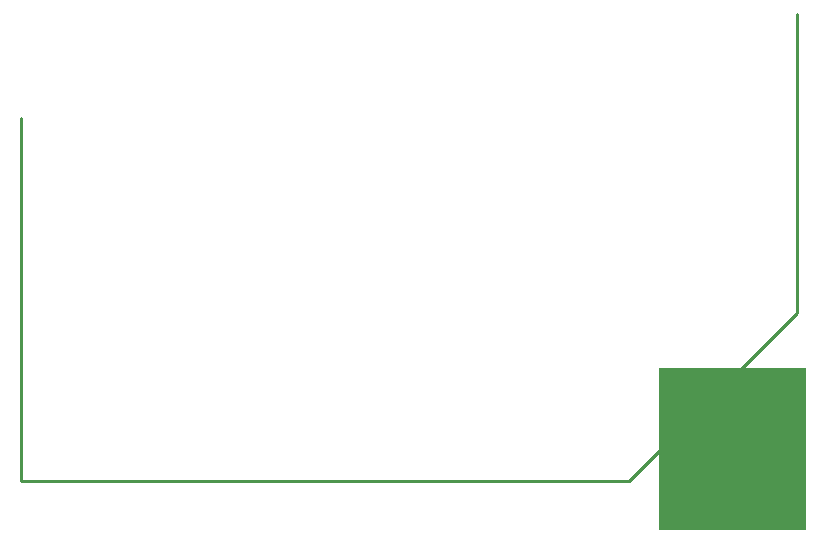
<source format=gko>
G04*
G04 #@! TF.GenerationSoftware,Altium Limited,Altium Designer,24.2.2 (26)*
G04*
G04 Layer_Color=16711935*
%FSLAX25Y25*%
%MOIN*%
G70*
G04*
G04 #@! TF.SameCoordinates,57EBE310-F326-475D-97A3-4CF97A274748*
G04*
G04*
G04 #@! TF.FilePolarity,Positive*
G04*
G01*
G75*
%ADD18C,0.01000*%
G36*
X348750Y198631D02*
X299537D01*
Y252706D01*
X348750D01*
Y198631D01*
D02*
G37*
D18*
X345500Y270819D02*
Y307444D01*
X278250Y214819D02*
X289500D01*
X345500Y270819D01*
Y307444D02*
Y370694D01*
X87000Y214819D02*
X141750D01*
X278250D01*
X87000Y335819D02*
X87000Y214819D01*
M02*

</source>
